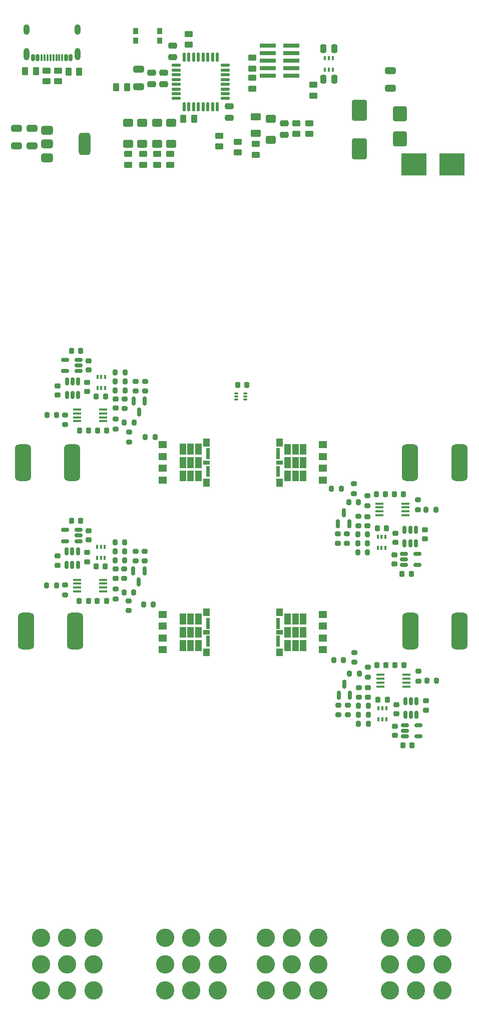
<source format=gtp>
G04 #@! TF.GenerationSoftware,KiCad,Pcbnew,9.0.5*
G04 #@! TF.CreationDate,2025-12-19T11:09:57+01:00*
G04 #@! TF.ProjectId,eload-pwr,656c6f61-642d-4707-9772-2e6b69636164,rev?*
G04 #@! TF.SameCoordinates,Original*
G04 #@! TF.FileFunction,Paste,Top*
G04 #@! TF.FilePolarity,Positive*
%FSLAX46Y46*%
G04 Gerber Fmt 4.6, Leading zero omitted, Abs format (unit mm)*
G04 Created by KiCad (PCBNEW 9.0.5) date 2025-12-19 11:09:57*
%MOMM*%
%LPD*%
G01*
G04 APERTURE LIST*
G04 Aperture macros list*
%AMRoundRect*
0 Rectangle with rounded corners*
0 $1 Rounding radius*
0 $2 $3 $4 $5 $6 $7 $8 $9 X,Y pos of 4 corners*
0 Add a 4 corners polygon primitive as box body*
4,1,4,$2,$3,$4,$5,$6,$7,$8,$9,$2,$3,0*
0 Add four circle primitives for the rounded corners*
1,1,$1+$1,$2,$3*
1,1,$1+$1,$4,$5*
1,1,$1+$1,$6,$7*
1,1,$1+$1,$8,$9*
0 Add four rect primitives between the rounded corners*
20,1,$1+$1,$2,$3,$4,$5,0*
20,1,$1+$1,$4,$5,$6,$7,0*
20,1,$1+$1,$6,$7,$8,$9,0*
20,1,$1+$1,$8,$9,$2,$3,0*%
G04 Aperture macros list end*
%ADD10C,0.100000*%
%ADD11RoundRect,0.225000X0.225000X0.250000X-0.225000X0.250000X-0.225000X-0.250000X0.225000X-0.250000X0*%
%ADD12RoundRect,0.200000X0.200000X0.275000X-0.200000X0.275000X-0.200000X-0.275000X0.200000X-0.275000X0*%
%ADD13R,1.450000X0.450000*%
%ADD14RoundRect,0.250000X-0.450000X0.262500X-0.450000X-0.262500X0.450000X-0.262500X0.450000X0.262500X0*%
%ADD15RoundRect,0.225000X-0.250000X0.225000X-0.250000X-0.225000X0.250000X-0.225000X0.250000X0.225000X0*%
%ADD16RoundRect,0.225000X0.250000X-0.225000X0.250000X0.225000X-0.250000X0.225000X-0.250000X-0.225000X0*%
%ADD17RoundRect,0.100000X0.100000X-0.225000X0.100000X0.225000X-0.100000X0.225000X-0.100000X-0.225000X0*%
%ADD18RoundRect,0.200000X-0.200000X-0.275000X0.200000X-0.275000X0.200000X0.275000X-0.200000X0.275000X0*%
%ADD19RoundRect,0.200000X-0.275000X0.200000X-0.275000X-0.200000X0.275000X-0.200000X0.275000X0.200000X0*%
%ADD20R,4.245000X3.810000*%
%ADD21RoundRect,0.150000X0.512500X0.150000X-0.512500X0.150000X-0.512500X-0.150000X0.512500X-0.150000X0*%
%ADD22RoundRect,0.250000X0.900000X-1.000000X0.900000X1.000000X-0.900000X1.000000X-0.900000X-1.000000X0*%
%ADD23RoundRect,0.200000X0.275000X-0.200000X0.275000X0.200000X-0.275000X0.200000X-0.275000X-0.200000X0*%
%ADD24RoundRect,0.250000X-0.475000X0.250000X-0.475000X-0.250000X0.475000X-0.250000X0.475000X0.250000X0*%
%ADD25RoundRect,0.225000X-0.225000X-0.250000X0.225000X-0.250000X0.225000X0.250000X-0.225000X0.250000X0*%
%ADD26RoundRect,0.250000X0.450000X-0.262500X0.450000X0.262500X-0.450000X0.262500X-0.450000X-0.262500X0*%
%ADD27RoundRect,0.150000X-0.150000X0.512500X-0.150000X-0.512500X0.150000X-0.512500X0.150000X0.512500X0*%
%ADD28RoundRect,0.250000X0.262500X0.450000X-0.262500X0.450000X-0.262500X-0.450000X0.262500X-0.450000X0*%
%ADD29RoundRect,0.250000X0.650000X-0.325000X0.650000X0.325000X-0.650000X0.325000X-0.650000X-0.325000X0*%
%ADD30R,2.760000X0.650000*%
%ADD31RoundRect,0.250000X-0.262500X-0.450000X0.262500X-0.450000X0.262500X0.450000X-0.262500X0.450000X0*%
%ADD32RoundRect,0.675000X-0.675000X-2.425000X0.675000X-2.425000X0.675000X2.425000X-0.675000X2.425000X0*%
%ADD33RoundRect,0.250000X-0.250000X-0.475000X0.250000X-0.475000X0.250000X0.475000X-0.250000X0.475000X0*%
%ADD34R,1.400000X1.200000*%
%ADD35C,3.100000*%
%ADD36RoundRect,0.250000X0.600000X-0.400000X0.600000X0.400000X-0.600000X0.400000X-0.600000X-0.400000X0*%
%ADD37RoundRect,0.150000X0.150000X-0.512500X0.150000X0.512500X-0.150000X0.512500X-0.150000X-0.512500X0*%
%ADD38RoundRect,0.100000X-0.100000X0.225000X-0.100000X-0.225000X0.100000X-0.225000X0.100000X0.225000X0*%
%ADD39RoundRect,0.675000X0.675000X2.425000X-0.675000X2.425000X-0.675000X-2.425000X0.675000X-2.425000X0*%
%ADD40RoundRect,0.125000X-0.625000X-0.125000X0.625000X-0.125000X0.625000X0.125000X-0.625000X0.125000X0*%
%ADD41RoundRect,0.125000X-0.125000X-0.625000X0.125000X-0.625000X0.125000X0.625000X-0.125000X0.625000X0*%
%ADD42RoundRect,0.150000X-0.150000X0.587500X-0.150000X-0.587500X0.150000X-0.587500X0.150000X0.587500X0*%
%ADD43RoundRect,0.150000X0.150000X-0.587500X0.150000X0.587500X-0.150000X0.587500X-0.150000X-0.587500X0*%
%ADD44RoundRect,0.150000X-0.512500X-0.150000X0.512500X-0.150000X0.512500X0.150000X-0.512500X0.150000X0*%
%ADD45RoundRect,0.250000X1.000000X-1.500000X1.000000X1.500000X-1.000000X1.500000X-1.000000X-1.500000X0*%
%ADD46RoundRect,0.250000X0.475000X-0.250000X0.475000X0.250000X-0.475000X0.250000X-0.475000X-0.250000X0*%
%ADD47RoundRect,0.375000X-0.625000X-0.375000X0.625000X-0.375000X0.625000X0.375000X-0.625000X0.375000X0*%
%ADD48RoundRect,0.500000X-0.500000X-1.400000X0.500000X-1.400000X0.500000X1.400000X-0.500000X1.400000X0*%
%ADD49RoundRect,0.250000X-0.625000X0.375000X-0.625000X-0.375000X0.625000X-0.375000X0.625000X0.375000X0*%
%ADD50RoundRect,0.050000X-0.285000X-0.100000X0.285000X-0.100000X0.285000X0.100000X-0.285000X0.100000X0*%
%ADD51RoundRect,0.150000X0.150000X0.425000X-0.150000X0.425000X-0.150000X-0.425000X0.150000X-0.425000X0*%
%ADD52RoundRect,0.075000X0.075000X0.500000X-0.075000X0.500000X-0.075000X-0.500000X0.075000X-0.500000X0*%
%ADD53O,1.000000X2.100000*%
%ADD54O,1.000000X1.800000*%
%ADD55RoundRect,0.250000X-0.600000X0.400000X-0.600000X-0.400000X0.600000X-0.400000X0.600000X0.400000X0*%
%ADD56R,0.900000X1.000000*%
%ADD57RoundRect,0.250000X-0.650000X0.325000X-0.650000X-0.325000X0.650000X-0.325000X0.650000X0.325000X0*%
G04 APERTURE END LIST*
D10*
X-51636000Y-104906667D02*
X-50636000Y-104906667D01*
X-50636000Y-103656667D01*
X-51636000Y-103656667D01*
X-51636000Y-104906667D01*
G36*
X-51636000Y-104906667D02*
G01*
X-50636000Y-104906667D01*
X-50636000Y-103656667D01*
X-51636000Y-103656667D01*
X-51636000Y-104906667D01*
G37*
X-51636000Y-107966667D02*
X-50636000Y-107966667D01*
X-50636000Y-107366667D01*
X-51636000Y-107366667D01*
X-51636000Y-107966667D01*
G36*
X-51636000Y-107966667D02*
G01*
X-50636000Y-107966667D01*
X-50636000Y-107366667D01*
X-51636000Y-107366667D01*
X-51636000Y-107966667D01*
G37*
X-51636000Y-111676667D02*
X-50636000Y-111676667D01*
X-50636000Y-110426667D01*
X-51636000Y-110426667D01*
X-51636000Y-111676667D01*
G36*
X-51636000Y-111676667D02*
G01*
X-50636000Y-111676667D01*
X-50636000Y-110426667D01*
X-51636000Y-110426667D01*
X-51636000Y-111676667D01*
G37*
X-51626000Y-107041667D02*
X-51126000Y-107041667D01*
X-51126000Y-105291667D01*
X-51626000Y-105291667D01*
X-51626000Y-107041667D01*
G36*
X-51626000Y-107041667D02*
G01*
X-51126000Y-107041667D01*
X-51126000Y-105291667D01*
X-51626000Y-105291667D01*
X-51626000Y-107041667D01*
G37*
X-51626000Y-110041667D02*
X-51126000Y-110041667D01*
X-51126000Y-108291667D01*
X-51626000Y-108291667D01*
X-51626000Y-110041667D01*
G36*
X-51626000Y-110041667D02*
G01*
X-51126000Y-110041667D01*
X-51126000Y-108291667D01*
X-51626000Y-108291667D01*
X-51626000Y-110041667D01*
G37*
X-50276000Y-106296667D02*
X-49276000Y-106296667D01*
X-49276000Y-104546667D01*
X-50276000Y-104546667D01*
X-50276000Y-106296667D01*
G36*
X-50276000Y-106296667D02*
G01*
X-49276000Y-106296667D01*
X-49276000Y-104546667D01*
X-50276000Y-104546667D01*
X-50276000Y-106296667D01*
G37*
X-50276000Y-108546667D02*
X-49276000Y-108546667D01*
X-49276000Y-106796667D01*
X-50276000Y-106796667D01*
X-50276000Y-108546667D01*
G36*
X-50276000Y-108546667D02*
G01*
X-49276000Y-108546667D01*
X-49276000Y-106796667D01*
X-50276000Y-106796667D01*
X-50276000Y-108546667D01*
G37*
X-50276000Y-110796667D02*
X-49276000Y-110796667D01*
X-49276000Y-109046667D01*
X-50276000Y-109046667D01*
X-50276000Y-110796667D01*
G36*
X-50276000Y-110796667D02*
G01*
X-49276000Y-110796667D01*
X-49276000Y-109046667D01*
X-50276000Y-109046667D01*
X-50276000Y-110796667D01*
G37*
X-48966000Y-106296667D02*
X-47966000Y-106296667D01*
X-47966000Y-104546667D01*
X-48966000Y-104546667D01*
X-48966000Y-106296667D01*
G36*
X-48966000Y-106296667D02*
G01*
X-47966000Y-106296667D01*
X-47966000Y-104546667D01*
X-48966000Y-104546667D01*
X-48966000Y-106296667D01*
G37*
X-48966000Y-108546667D02*
X-47966000Y-108546667D01*
X-47966000Y-106796667D01*
X-48966000Y-106796667D01*
X-48966000Y-108546667D01*
G36*
X-48966000Y-108546667D02*
G01*
X-47966000Y-108546667D01*
X-47966000Y-106796667D01*
X-48966000Y-106796667D01*
X-48966000Y-108546667D01*
G37*
X-48966000Y-110796667D02*
X-47966000Y-110796667D01*
X-47966000Y-109046667D01*
X-48966000Y-109046667D01*
X-48966000Y-110796667D01*
G36*
X-48966000Y-110796667D02*
G01*
X-47966000Y-110796667D01*
X-47966000Y-109046667D01*
X-48966000Y-109046667D01*
X-48966000Y-110796667D01*
G37*
X-47656000Y-106296667D02*
X-46656000Y-106296667D01*
X-46656000Y-104546667D01*
X-47656000Y-104546667D01*
X-47656000Y-106296667D01*
G36*
X-47656000Y-106296667D02*
G01*
X-46656000Y-106296667D01*
X-46656000Y-104546667D01*
X-47656000Y-104546667D01*
X-47656000Y-106296667D01*
G37*
X-47656000Y-108546667D02*
X-46656000Y-108546667D01*
X-46656000Y-106796667D01*
X-47656000Y-106796667D01*
X-47656000Y-108546667D01*
G36*
X-47656000Y-108546667D02*
G01*
X-46656000Y-108546667D01*
X-46656000Y-106796667D01*
X-47656000Y-106796667D01*
X-47656000Y-108546667D01*
G37*
X-47656000Y-110796667D02*
X-46656000Y-110796667D01*
X-46656000Y-109046667D01*
X-47656000Y-109046667D01*
X-47656000Y-110796667D01*
G36*
X-47656000Y-110796667D02*
G01*
X-46656000Y-110796667D01*
X-46656000Y-109046667D01*
X-47656000Y-109046667D01*
X-47656000Y-110796667D01*
G37*
X-66996000Y-104536667D02*
X-67996000Y-104536667D01*
X-67996000Y-106286667D01*
X-66996000Y-106286667D01*
X-66996000Y-104536667D01*
G36*
X-66996000Y-104536667D02*
G01*
X-67996000Y-104536667D01*
X-67996000Y-106286667D01*
X-66996000Y-106286667D01*
X-66996000Y-104536667D01*
G37*
X-66996000Y-106786667D02*
X-67996000Y-106786667D01*
X-67996000Y-108536667D01*
X-66996000Y-108536667D01*
X-66996000Y-106786667D01*
G36*
X-66996000Y-106786667D02*
G01*
X-67996000Y-106786667D01*
X-67996000Y-108536667D01*
X-66996000Y-108536667D01*
X-66996000Y-106786667D01*
G37*
X-66996000Y-109036667D02*
X-67996000Y-109036667D01*
X-67996000Y-110786667D01*
X-66996000Y-110786667D01*
X-66996000Y-109036667D01*
G36*
X-66996000Y-109036667D02*
G01*
X-67996000Y-109036667D01*
X-67996000Y-110786667D01*
X-66996000Y-110786667D01*
X-66996000Y-109036667D01*
G37*
X-65686000Y-104536667D02*
X-66686000Y-104536667D01*
X-66686000Y-106286667D01*
X-65686000Y-106286667D01*
X-65686000Y-104536667D01*
G36*
X-65686000Y-104536667D02*
G01*
X-66686000Y-104536667D01*
X-66686000Y-106286667D01*
X-65686000Y-106286667D01*
X-65686000Y-104536667D01*
G37*
X-65686000Y-106786667D02*
X-66686000Y-106786667D01*
X-66686000Y-108536667D01*
X-65686000Y-108536667D01*
X-65686000Y-106786667D01*
G36*
X-65686000Y-106786667D02*
G01*
X-66686000Y-106786667D01*
X-66686000Y-108536667D01*
X-65686000Y-108536667D01*
X-65686000Y-106786667D01*
G37*
X-65686000Y-109036667D02*
X-66686000Y-109036667D01*
X-66686000Y-110786667D01*
X-65686000Y-110786667D01*
X-65686000Y-109036667D01*
G36*
X-65686000Y-109036667D02*
G01*
X-66686000Y-109036667D01*
X-66686000Y-110786667D01*
X-65686000Y-110786667D01*
X-65686000Y-109036667D01*
G37*
X-64376000Y-104536667D02*
X-65376000Y-104536667D01*
X-65376000Y-106286667D01*
X-64376000Y-106286667D01*
X-64376000Y-104536667D01*
G36*
X-64376000Y-104536667D02*
G01*
X-65376000Y-104536667D01*
X-65376000Y-106286667D01*
X-64376000Y-106286667D01*
X-64376000Y-104536667D01*
G37*
X-64376000Y-106786667D02*
X-65376000Y-106786667D01*
X-65376000Y-108536667D01*
X-64376000Y-108536667D01*
X-64376000Y-106786667D01*
G36*
X-64376000Y-106786667D02*
G01*
X-65376000Y-106786667D01*
X-65376000Y-108536667D01*
X-64376000Y-108536667D01*
X-64376000Y-106786667D01*
G37*
X-64376000Y-109036667D02*
X-65376000Y-109036667D01*
X-65376000Y-110786667D01*
X-64376000Y-110786667D01*
X-64376000Y-109036667D01*
G36*
X-64376000Y-109036667D02*
G01*
X-65376000Y-109036667D01*
X-65376000Y-110786667D01*
X-64376000Y-110786667D01*
X-64376000Y-109036667D01*
G37*
X-63026000Y-105291667D02*
X-63526000Y-105291667D01*
X-63526000Y-107041667D01*
X-63026000Y-107041667D01*
X-63026000Y-105291667D01*
G36*
X-63026000Y-105291667D02*
G01*
X-63526000Y-105291667D01*
X-63526000Y-107041667D01*
X-63026000Y-107041667D01*
X-63026000Y-105291667D01*
G37*
X-63026000Y-108291667D02*
X-63526000Y-108291667D01*
X-63526000Y-110041667D01*
X-63026000Y-110041667D01*
X-63026000Y-108291667D01*
G36*
X-63026000Y-108291667D02*
G01*
X-63526000Y-108291667D01*
X-63526000Y-110041667D01*
X-63026000Y-110041667D01*
X-63026000Y-108291667D01*
G37*
X-63016000Y-103656667D02*
X-64016000Y-103656667D01*
X-64016000Y-104906667D01*
X-63016000Y-104906667D01*
X-63016000Y-103656667D01*
G36*
X-63016000Y-103656667D02*
G01*
X-64016000Y-103656667D01*
X-64016000Y-104906667D01*
X-63016000Y-104906667D01*
X-63016000Y-103656667D01*
G37*
X-63016000Y-107366667D02*
X-64016000Y-107366667D01*
X-64016000Y-107966667D01*
X-63016000Y-107966667D01*
X-63016000Y-107366667D01*
G36*
X-63016000Y-107366667D02*
G01*
X-64016000Y-107366667D01*
X-64016000Y-107966667D01*
X-63016000Y-107966667D01*
X-63016000Y-107366667D01*
G37*
X-63016000Y-110426667D02*
X-64016000Y-110426667D01*
X-64016000Y-111676667D01*
X-63016000Y-111676667D01*
X-63016000Y-110426667D01*
G36*
X-63016000Y-110426667D02*
G01*
X-64016000Y-110426667D01*
X-64016000Y-111676667D01*
X-63016000Y-111676667D01*
X-63016000Y-110426667D01*
G37*
X-51636000Y-133573333D02*
X-50636000Y-133573333D01*
X-50636000Y-132323333D01*
X-51636000Y-132323333D01*
X-51636000Y-133573333D01*
G36*
X-51636000Y-133573333D02*
G01*
X-50636000Y-133573333D01*
X-50636000Y-132323333D01*
X-51636000Y-132323333D01*
X-51636000Y-133573333D01*
G37*
X-51636000Y-136633333D02*
X-50636000Y-136633333D01*
X-50636000Y-136033333D01*
X-51636000Y-136033333D01*
X-51636000Y-136633333D01*
G36*
X-51636000Y-136633333D02*
G01*
X-50636000Y-136633333D01*
X-50636000Y-136033333D01*
X-51636000Y-136033333D01*
X-51636000Y-136633333D01*
G37*
X-51636000Y-140343333D02*
X-50636000Y-140343333D01*
X-50636000Y-139093333D01*
X-51636000Y-139093333D01*
X-51636000Y-140343333D01*
G36*
X-51636000Y-140343333D02*
G01*
X-50636000Y-140343333D01*
X-50636000Y-139093333D01*
X-51636000Y-139093333D01*
X-51636000Y-140343333D01*
G37*
X-51626000Y-135708333D02*
X-51126000Y-135708333D01*
X-51126000Y-133958333D01*
X-51626000Y-133958333D01*
X-51626000Y-135708333D01*
G36*
X-51626000Y-135708333D02*
G01*
X-51126000Y-135708333D01*
X-51126000Y-133958333D01*
X-51626000Y-133958333D01*
X-51626000Y-135708333D01*
G37*
X-51626000Y-138708333D02*
X-51126000Y-138708333D01*
X-51126000Y-136958333D01*
X-51626000Y-136958333D01*
X-51626000Y-138708333D01*
G36*
X-51626000Y-138708333D02*
G01*
X-51126000Y-138708333D01*
X-51126000Y-136958333D01*
X-51626000Y-136958333D01*
X-51626000Y-138708333D01*
G37*
X-50276000Y-134963333D02*
X-49276000Y-134963333D01*
X-49276000Y-133213333D01*
X-50276000Y-133213333D01*
X-50276000Y-134963333D01*
G36*
X-50276000Y-134963333D02*
G01*
X-49276000Y-134963333D01*
X-49276000Y-133213333D01*
X-50276000Y-133213333D01*
X-50276000Y-134963333D01*
G37*
X-50276000Y-137213333D02*
X-49276000Y-137213333D01*
X-49276000Y-135463333D01*
X-50276000Y-135463333D01*
X-50276000Y-137213333D01*
G36*
X-50276000Y-137213333D02*
G01*
X-49276000Y-137213333D01*
X-49276000Y-135463333D01*
X-50276000Y-135463333D01*
X-50276000Y-137213333D01*
G37*
X-50276000Y-139463333D02*
X-49276000Y-139463333D01*
X-49276000Y-137713333D01*
X-50276000Y-137713333D01*
X-50276000Y-139463333D01*
G36*
X-50276000Y-139463333D02*
G01*
X-49276000Y-139463333D01*
X-49276000Y-137713333D01*
X-50276000Y-137713333D01*
X-50276000Y-139463333D01*
G37*
X-48966000Y-134963333D02*
X-47966000Y-134963333D01*
X-47966000Y-133213333D01*
X-48966000Y-133213333D01*
X-48966000Y-134963333D01*
G36*
X-48966000Y-134963333D02*
G01*
X-47966000Y-134963333D01*
X-47966000Y-133213333D01*
X-48966000Y-133213333D01*
X-48966000Y-134963333D01*
G37*
X-48966000Y-137213333D02*
X-47966000Y-137213333D01*
X-47966000Y-135463333D01*
X-48966000Y-135463333D01*
X-48966000Y-137213333D01*
G36*
X-48966000Y-137213333D02*
G01*
X-47966000Y-137213333D01*
X-47966000Y-135463333D01*
X-48966000Y-135463333D01*
X-48966000Y-137213333D01*
G37*
X-48966000Y-139463333D02*
X-47966000Y-139463333D01*
X-47966000Y-137713333D01*
X-48966000Y-137713333D01*
X-48966000Y-139463333D01*
G36*
X-48966000Y-139463333D02*
G01*
X-47966000Y-139463333D01*
X-47966000Y-137713333D01*
X-48966000Y-137713333D01*
X-48966000Y-139463333D01*
G37*
X-47656000Y-134963333D02*
X-46656000Y-134963333D01*
X-46656000Y-133213333D01*
X-47656000Y-133213333D01*
X-47656000Y-134963333D01*
G36*
X-47656000Y-134963333D02*
G01*
X-46656000Y-134963333D01*
X-46656000Y-133213333D01*
X-47656000Y-133213333D01*
X-47656000Y-134963333D01*
G37*
X-47656000Y-137213333D02*
X-46656000Y-137213333D01*
X-46656000Y-135463333D01*
X-47656000Y-135463333D01*
X-47656000Y-137213333D01*
G36*
X-47656000Y-137213333D02*
G01*
X-46656000Y-137213333D01*
X-46656000Y-135463333D01*
X-47656000Y-135463333D01*
X-47656000Y-137213333D01*
G37*
X-47656000Y-139463333D02*
X-46656000Y-139463333D01*
X-46656000Y-137713333D01*
X-47656000Y-137713333D01*
X-47656000Y-139463333D01*
G36*
X-47656000Y-139463333D02*
G01*
X-46656000Y-139463333D01*
X-46656000Y-137713333D01*
X-47656000Y-137713333D01*
X-47656000Y-139463333D01*
G37*
X-66996000Y-133203333D02*
X-67996000Y-133203333D01*
X-67996000Y-134953333D01*
X-66996000Y-134953333D01*
X-66996000Y-133203333D01*
G36*
X-66996000Y-133203333D02*
G01*
X-67996000Y-133203333D01*
X-67996000Y-134953333D01*
X-66996000Y-134953333D01*
X-66996000Y-133203333D01*
G37*
X-66996000Y-135453333D02*
X-67996000Y-135453333D01*
X-67996000Y-137203333D01*
X-66996000Y-137203333D01*
X-66996000Y-135453333D01*
G36*
X-66996000Y-135453333D02*
G01*
X-67996000Y-135453333D01*
X-67996000Y-137203333D01*
X-66996000Y-137203333D01*
X-66996000Y-135453333D01*
G37*
X-66996000Y-137703333D02*
X-67996000Y-137703333D01*
X-67996000Y-139453333D01*
X-66996000Y-139453333D01*
X-66996000Y-137703333D01*
G36*
X-66996000Y-137703333D02*
G01*
X-67996000Y-137703333D01*
X-67996000Y-139453333D01*
X-66996000Y-139453333D01*
X-66996000Y-137703333D01*
G37*
X-65686000Y-133203333D02*
X-66686000Y-133203333D01*
X-66686000Y-134953333D01*
X-65686000Y-134953333D01*
X-65686000Y-133203333D01*
G36*
X-65686000Y-133203333D02*
G01*
X-66686000Y-133203333D01*
X-66686000Y-134953333D01*
X-65686000Y-134953333D01*
X-65686000Y-133203333D01*
G37*
X-65686000Y-135453333D02*
X-66686000Y-135453333D01*
X-66686000Y-137203333D01*
X-65686000Y-137203333D01*
X-65686000Y-135453333D01*
G36*
X-65686000Y-135453333D02*
G01*
X-66686000Y-135453333D01*
X-66686000Y-137203333D01*
X-65686000Y-137203333D01*
X-65686000Y-135453333D01*
G37*
X-65686000Y-137703333D02*
X-66686000Y-137703333D01*
X-66686000Y-139453333D01*
X-65686000Y-139453333D01*
X-65686000Y-137703333D01*
G36*
X-65686000Y-137703333D02*
G01*
X-66686000Y-137703333D01*
X-66686000Y-139453333D01*
X-65686000Y-139453333D01*
X-65686000Y-137703333D01*
G37*
X-64376000Y-133203333D02*
X-65376000Y-133203333D01*
X-65376000Y-134953333D01*
X-64376000Y-134953333D01*
X-64376000Y-133203333D01*
G36*
X-64376000Y-133203333D02*
G01*
X-65376000Y-133203333D01*
X-65376000Y-134953333D01*
X-64376000Y-134953333D01*
X-64376000Y-133203333D01*
G37*
X-64376000Y-135453333D02*
X-65376000Y-135453333D01*
X-65376000Y-137203333D01*
X-64376000Y-137203333D01*
X-64376000Y-135453333D01*
G36*
X-64376000Y-135453333D02*
G01*
X-65376000Y-135453333D01*
X-65376000Y-137203333D01*
X-64376000Y-137203333D01*
X-64376000Y-135453333D01*
G37*
X-64376000Y-137703333D02*
X-65376000Y-137703333D01*
X-65376000Y-139453333D01*
X-64376000Y-139453333D01*
X-64376000Y-137703333D01*
G36*
X-64376000Y-137703333D02*
G01*
X-65376000Y-137703333D01*
X-65376000Y-139453333D01*
X-64376000Y-139453333D01*
X-64376000Y-137703333D01*
G37*
X-63026000Y-133958333D02*
X-63526000Y-133958333D01*
X-63526000Y-135708333D01*
X-63026000Y-135708333D01*
X-63026000Y-133958333D01*
G36*
X-63026000Y-133958333D02*
G01*
X-63526000Y-133958333D01*
X-63526000Y-135708333D01*
X-63026000Y-135708333D01*
X-63026000Y-133958333D01*
G37*
X-63026000Y-136958333D02*
X-63526000Y-136958333D01*
X-63526000Y-138708333D01*
X-63026000Y-138708333D01*
X-63026000Y-136958333D01*
G36*
X-63026000Y-136958333D02*
G01*
X-63526000Y-136958333D01*
X-63526000Y-138708333D01*
X-63026000Y-138708333D01*
X-63026000Y-136958333D01*
G37*
X-63016000Y-132323333D02*
X-64016000Y-132323333D01*
X-64016000Y-133573333D01*
X-63016000Y-133573333D01*
X-63016000Y-132323333D01*
G36*
X-63016000Y-132323333D02*
G01*
X-64016000Y-132323333D01*
X-64016000Y-133573333D01*
X-63016000Y-133573333D01*
X-63016000Y-132323333D01*
G37*
X-63016000Y-136033333D02*
X-64016000Y-136033333D01*
X-64016000Y-136633333D01*
X-63016000Y-136633333D01*
X-63016000Y-136033333D01*
G36*
X-63016000Y-136033333D02*
G01*
X-64016000Y-136033333D01*
X-64016000Y-136633333D01*
X-63016000Y-136633333D01*
X-63016000Y-136033333D01*
G37*
X-63016000Y-139093333D02*
X-64016000Y-139093333D01*
X-64016000Y-140343333D01*
X-63016000Y-140343333D01*
X-63016000Y-139093333D01*
G36*
X-63016000Y-139093333D02*
G01*
X-64016000Y-139093333D01*
X-64016000Y-140343333D01*
X-63016000Y-140343333D01*
X-63016000Y-139093333D01*
G37*
D11*
X-30033201Y-141956901D03*
X-31583201Y-141956901D03*
D12*
X-40300000Y-141100000D03*
X-41950000Y-141100000D03*
D13*
X-80933200Y-100719400D03*
X-80933200Y-100069400D03*
X-80933200Y-99419400D03*
X-80933200Y-98769400D03*
X-85333200Y-98769400D03*
X-85333200Y-99419400D03*
X-85333200Y-100069400D03*
X-85333200Y-100719400D03*
D14*
X-55712500Y-42700000D03*
X-55712500Y-44525000D03*
D15*
X-36283200Y-116819400D03*
X-36283200Y-118369400D03*
D14*
X-66512500Y-35287500D03*
X-66512500Y-37112500D03*
D11*
X-30158201Y-113006900D03*
X-31708201Y-113006900D03*
D16*
X-83408200Y-92069400D03*
X-83408200Y-90519400D03*
D17*
X-34370699Y-151081901D03*
X-33720699Y-151081901D03*
X-33070699Y-151081901D03*
X-33070699Y-149181901D03*
X-33720699Y-149181901D03*
X-34370699Y-149181901D03*
D16*
X-26495700Y-120569399D03*
X-26495700Y-119019399D03*
D11*
X-32895699Y-147781901D03*
X-34445699Y-147781901D03*
D18*
X-37758199Y-151794401D03*
X-36108199Y-151794401D03*
D19*
X-27733200Y-114019400D03*
X-27733200Y-115669400D03*
D11*
X-33083200Y-141956902D03*
X-34633200Y-141956902D03*
D20*
X-28350000Y-57300000D03*
X-21975000Y-57300000D03*
D21*
X-85110700Y-120964400D03*
X-85110700Y-120014400D03*
X-85110700Y-119064400D03*
X-87385700Y-119064400D03*
X-87385700Y-120964400D03*
D18*
X-73825000Y-103400000D03*
X-72175000Y-103400000D03*
D12*
X-37733200Y-114394401D03*
X-39383200Y-114394401D03*
D16*
X-31495700Y-121169400D03*
X-31495700Y-119619400D03*
D19*
X-75448200Y-122689400D03*
X-75448200Y-124339400D03*
D13*
X-80973200Y-129439400D03*
X-80973200Y-128789400D03*
X-80973200Y-128139400D03*
X-80973200Y-127489400D03*
X-85373200Y-127489400D03*
X-85373200Y-128139400D03*
X-85373200Y-128789400D03*
X-85373200Y-129439400D03*
D22*
X-30762500Y-53050000D03*
X-30762500Y-48750000D03*
D15*
X-36158200Y-145769401D03*
X-36158200Y-147319401D03*
D23*
X-39583199Y-150319401D03*
X-39583199Y-148669401D03*
D18*
X-26320700Y-115631899D03*
X-24670700Y-115631899D03*
D24*
X-59612500Y-47550000D03*
X-59612500Y-49450000D03*
D25*
X-81948200Y-131051900D03*
X-80398200Y-131051900D03*
D26*
X-46100000Y-52212500D03*
X-46100000Y-50387500D03*
D27*
X-27920700Y-148044401D03*
X-28870700Y-148044401D03*
X-29820700Y-148044401D03*
X-29820700Y-150319401D03*
X-28870700Y-150319401D03*
X-27920700Y-150319401D03*
D12*
X-77273200Y-121214400D03*
X-78923200Y-121214400D03*
D24*
X-50300000Y-50400000D03*
X-50300000Y-52300000D03*
D17*
X-34495699Y-122131900D03*
X-33845699Y-122131900D03*
X-33195699Y-122131900D03*
X-33195699Y-120231900D03*
X-33845699Y-120231900D03*
X-34495699Y-120231900D03*
D18*
X-78948200Y-124214400D03*
X-77298200Y-124214400D03*
D23*
X-41133200Y-150319401D03*
X-41133200Y-148669401D03*
D19*
X-77373200Y-125639400D03*
X-77373200Y-127289400D03*
D28*
X-65537500Y-49600000D03*
X-67362500Y-49600000D03*
D19*
X-75408200Y-93969400D03*
X-75408200Y-95619400D03*
D14*
X-71812500Y-55575000D03*
X-71812500Y-57400000D03*
D18*
X-77383200Y-100944400D03*
X-75733200Y-100944400D03*
D15*
X-83660700Y-122889400D03*
X-83660700Y-124439400D03*
D26*
X-90512500Y-43312500D03*
X-90512500Y-41487500D03*
X-55112500Y-55712500D03*
X-55112500Y-53887500D03*
D29*
X-92962500Y-54175000D03*
X-92962500Y-51225000D03*
D30*
X-49092500Y-42340000D03*
X-53132500Y-42340000D03*
X-49092500Y-41070000D03*
X-53132500Y-41070000D03*
X-49092500Y-39800000D03*
X-53132500Y-39800000D03*
X-49092500Y-38530000D03*
X-53132500Y-38530000D03*
X-49092500Y-37260000D03*
X-53132500Y-37260000D03*
D23*
X-87423200Y-130039400D03*
X-87423200Y-128389400D03*
D31*
X-94125000Y-41600000D03*
X-92300000Y-41600000D03*
D25*
X-81908200Y-102331900D03*
X-80358200Y-102331900D03*
D29*
X-95562500Y-54175000D03*
X-95562500Y-51225000D03*
D16*
X-26370700Y-149519400D03*
X-26370700Y-147969400D03*
D11*
X-33208200Y-113006901D03*
X-34758200Y-113006901D03*
D32*
X-29008200Y-107694400D03*
X-20708200Y-107694400D03*
D33*
X-43712500Y-42950000D03*
X-41812500Y-42950000D03*
D34*
X-43801000Y-110666667D03*
X-43801000Y-108666667D03*
X-43801000Y-106666667D03*
X-43801000Y-104666667D03*
D23*
X-36158200Y-143919402D03*
X-36158200Y-142269402D03*
D35*
X-53435000Y-196870000D03*
X-49000000Y-196870000D03*
X-44565000Y-196870000D03*
X-53435000Y-192435000D03*
X-49000000Y-192435000D03*
X-44565000Y-192435000D03*
X-53435000Y-188000000D03*
X-49000000Y-188000000D03*
X-44565000Y-188000000D03*
D36*
X-71812500Y-53837500D03*
X-71812500Y-50337500D03*
D37*
X-87070700Y-96244400D03*
X-86120700Y-96244400D03*
X-85170700Y-96244400D03*
X-85170700Y-93969400D03*
X-86120700Y-93969400D03*
X-87070700Y-93969400D03*
D21*
X-85070700Y-92244400D03*
X-85070700Y-91294400D03*
X-85070700Y-90344400D03*
X-87345700Y-90344400D03*
X-87345700Y-92244400D03*
D28*
X-85000000Y-41700000D03*
X-86825000Y-41700000D03*
D36*
X-69412500Y-53837500D03*
X-69412500Y-50337500D03*
D17*
X-43412500Y-41300000D03*
X-42762500Y-41300000D03*
X-42112500Y-41300000D03*
X-42112500Y-39400000D03*
X-42762500Y-39400000D03*
X-43412500Y-39400000D03*
D38*
X-80660700Y-121926900D03*
X-81310700Y-121926900D03*
X-81960700Y-121926900D03*
X-81960700Y-123826900D03*
X-81310700Y-123826900D03*
X-80660700Y-123826900D03*
D12*
X-36208199Y-119844400D03*
X-37858199Y-119844400D03*
D26*
X-55712500Y-41125000D03*
X-55712500Y-39300000D03*
D13*
X-34183200Y-114619400D03*
X-34183200Y-115269400D03*
X-34183200Y-115919400D03*
X-34183200Y-116569400D03*
X-29783200Y-116569400D03*
X-29783200Y-115919400D03*
X-29783200Y-115269400D03*
X-29783200Y-114619400D03*
D27*
X-28045700Y-119094400D03*
X-28995700Y-119094400D03*
X-29945700Y-119094400D03*
X-29945700Y-121369400D03*
X-28995700Y-121369400D03*
X-28045700Y-121369400D03*
D39*
X-86158200Y-107694400D03*
X-94458200Y-107694400D03*
D23*
X-38560235Y-112925000D03*
X-38560235Y-111275000D03*
D37*
X-87110700Y-124964400D03*
X-86160700Y-124964400D03*
X-85210700Y-124964400D03*
X-85210700Y-122689400D03*
X-86160700Y-122689400D03*
X-87110700Y-122689400D03*
D26*
X-61300000Y-54312500D03*
X-61300000Y-52487500D03*
D38*
X-80620700Y-93206900D03*
X-81270700Y-93206900D03*
X-81920700Y-93206900D03*
X-81920700Y-95106900D03*
X-81270700Y-95106900D03*
X-80620700Y-95106900D03*
D40*
X-68612500Y-40600000D03*
X-68612500Y-41400000D03*
X-68612500Y-42200000D03*
X-68612500Y-43000000D03*
X-68612500Y-43800000D03*
X-68612500Y-44600000D03*
X-68612500Y-45400000D03*
X-68612500Y-46200000D03*
D41*
X-67237500Y-47575000D03*
X-66437500Y-47575000D03*
X-65637500Y-47575000D03*
X-64837500Y-47575000D03*
X-64037500Y-47575000D03*
X-63237500Y-47575000D03*
X-62437500Y-47575000D03*
X-61637500Y-47575000D03*
D40*
X-60262500Y-46200000D03*
X-60262500Y-45400000D03*
X-60262500Y-44600000D03*
X-60262500Y-43800000D03*
X-60262500Y-43000000D03*
X-60262500Y-42200000D03*
X-60262500Y-41400000D03*
X-60262500Y-40600000D03*
D41*
X-61637500Y-39225000D03*
X-62437500Y-39225000D03*
X-63237500Y-39225000D03*
X-64037500Y-39225000D03*
X-64837500Y-39225000D03*
X-65637500Y-39225000D03*
X-66437500Y-39225000D03*
X-67237500Y-39225000D03*
D19*
X-78873200Y-129089400D03*
X-78873200Y-130739400D03*
D18*
X-37883199Y-121344400D03*
X-36233199Y-121344400D03*
D12*
X-88835700Y-128426900D03*
X-90485700Y-128426900D03*
X-37608200Y-143344402D03*
X-39258200Y-143344402D03*
D42*
X-73948200Y-126026900D03*
X-75848200Y-126026900D03*
X-74898200Y-127901900D03*
D43*
X-41208200Y-118031900D03*
X-39308200Y-118031900D03*
X-40258200Y-116156900D03*
D18*
X-78908200Y-95494400D03*
X-77258200Y-95494400D03*
D44*
X-29920700Y-152044401D03*
X-29920700Y-152994401D03*
X-29920700Y-153944401D03*
X-27645700Y-153944401D03*
X-27645700Y-152044401D03*
D16*
X-83448200Y-120789400D03*
X-83448200Y-119239400D03*
D23*
X-37783200Y-118419400D03*
X-37783200Y-116769400D03*
D18*
X-77423200Y-129664400D03*
X-75773200Y-129664400D03*
D34*
X-70851000Y-104666667D03*
X-70851000Y-106666667D03*
X-70851000Y-108666667D03*
X-70851000Y-110666667D03*
D45*
X-37562500Y-54707500D03*
X-37562500Y-48207500D03*
D11*
X-84733200Y-88794400D03*
X-86283200Y-88794400D03*
D16*
X-78833200Y-98519400D03*
X-78833200Y-96969400D03*
D15*
X-88620700Y-94769400D03*
X-88620700Y-96319400D03*
D25*
X-30383200Y-126544400D03*
X-28833200Y-126544400D03*
D46*
X-70712500Y-43750000D03*
X-70712500Y-41850000D03*
D18*
X-26195700Y-144581900D03*
X-24545700Y-144581900D03*
D11*
X-84773200Y-117514400D03*
X-86323200Y-117514400D03*
D47*
X-90412500Y-51600000D03*
X-90412500Y-53900000D03*
D48*
X-84112500Y-53900000D03*
D47*
X-90412500Y-56200000D03*
D29*
X-74912500Y-44175000D03*
X-74912500Y-41225000D03*
D49*
X-55112500Y-49300000D03*
X-55112500Y-52100000D03*
D50*
X-58390000Y-96043284D03*
X-58390000Y-96543284D03*
X-58390000Y-97043284D03*
X-56910000Y-97043284D03*
X-56910000Y-96543284D03*
X-56910000Y-96043284D03*
D25*
X-84998200Y-131051900D03*
X-83448200Y-131051900D03*
D39*
X-85658200Y-136194400D03*
X-93958200Y-136194400D03*
D32*
X-28958200Y-136194400D03*
X-20658200Y-136194400D03*
D19*
X-77333200Y-96919400D03*
X-77333200Y-98569400D03*
D11*
X-56625000Y-94600000D03*
X-58175000Y-94600000D03*
D35*
X-32435000Y-196870000D03*
X-28000000Y-196870000D03*
X-23565000Y-196870000D03*
X-32435000Y-192435000D03*
X-28000000Y-192435000D03*
X-23565000Y-192435000D03*
X-32435000Y-188000000D03*
X-28000000Y-188000000D03*
X-23565000Y-188000000D03*
D19*
X-73858200Y-93969400D03*
X-73858200Y-95619400D03*
D25*
X-82135700Y-125226900D03*
X-80585700Y-125226900D03*
D34*
X-43801000Y-139333333D03*
X-43801000Y-137333333D03*
X-43801000Y-135333333D03*
X-43801000Y-133333333D03*
D23*
X-36283200Y-114969401D03*
X-36283200Y-113319401D03*
D25*
X-30258200Y-155494401D03*
X-28708200Y-155494401D03*
D36*
X-74312500Y-53850000D03*
X-74312500Y-50350000D03*
D25*
X-82095700Y-96506900D03*
X-80545700Y-96506900D03*
D26*
X-48300000Y-52212500D03*
X-48300000Y-50387500D03*
D23*
X-41258200Y-121369400D03*
X-41258200Y-119719400D03*
D43*
X-41083200Y-146981901D03*
X-39183200Y-146981901D03*
X-40133200Y-145106901D03*
D26*
X-88612500Y-43312500D03*
X-88612500Y-41487500D03*
D14*
X-45412500Y-43887500D03*
X-45412500Y-45712500D03*
D35*
X-70470000Y-196870000D03*
X-66035000Y-196870000D03*
X-61600000Y-196870000D03*
X-70470000Y-192435000D03*
X-66035000Y-192435000D03*
X-61600000Y-192435000D03*
X-70470000Y-188000000D03*
X-66035000Y-188000000D03*
X-61600000Y-188000000D03*
D12*
X-77233200Y-92494400D03*
X-78883200Y-92494400D03*
X-40675000Y-112100000D03*
X-42325000Y-112100000D03*
D51*
X-86412500Y-39290000D03*
X-87212500Y-39290000D03*
D52*
X-88362500Y-39290000D03*
X-89362500Y-39290000D03*
X-89862500Y-39290000D03*
X-90862500Y-39290000D03*
D51*
X-92012500Y-39290000D03*
X-92812500Y-39290000D03*
X-92812500Y-39290000D03*
X-92012500Y-39290000D03*
D52*
X-91362500Y-39290000D03*
X-90362500Y-39290000D03*
X-88862500Y-39290000D03*
X-87862500Y-39290000D03*
D51*
X-87212500Y-39290000D03*
X-86412500Y-39290000D03*
D53*
X-85292500Y-38715000D03*
D54*
X-85292500Y-34535000D03*
D53*
X-93932500Y-38715000D03*
D54*
X-93932500Y-34535000D03*
D19*
X-27608200Y-142969401D03*
X-27608200Y-144619401D03*
D55*
X-52600000Y-49650000D03*
X-52600000Y-53150000D03*
D56*
X-75462500Y-34800000D03*
X-71362500Y-34800000D03*
X-75462500Y-36400000D03*
X-71362500Y-36400000D03*
D23*
X-38435235Y-141425000D03*
X-38435235Y-139775000D03*
D15*
X-31583200Y-152219401D03*
X-31583200Y-153769401D03*
D57*
X-32312500Y-41525000D03*
X-32312500Y-44475000D03*
D15*
X-88660700Y-123489400D03*
X-88660700Y-125039400D03*
D23*
X-39708199Y-121369400D03*
X-39708199Y-119719400D03*
D19*
X-73898200Y-122689400D03*
X-73898200Y-124339400D03*
X-76556165Y-102575000D03*
X-76556165Y-104225000D03*
D35*
X-91470000Y-196870000D03*
X-87035000Y-196870000D03*
X-82600000Y-196870000D03*
X-91470000Y-192435000D03*
X-87035000Y-192435000D03*
X-82600000Y-192435000D03*
X-91470000Y-188000000D03*
X-87035000Y-188000000D03*
X-82600000Y-188000000D03*
D14*
X-74212500Y-55587500D03*
X-74212500Y-57412500D03*
D15*
X-31708200Y-123269400D03*
X-31708200Y-124819400D03*
D34*
X-70851000Y-133333333D03*
X-70851000Y-135333333D03*
X-70851000Y-137333333D03*
X-70851000Y-139333333D03*
D44*
X-30045700Y-123094400D03*
X-30045700Y-124044400D03*
X-30045700Y-124994400D03*
X-27770700Y-124994400D03*
X-27770700Y-123094400D03*
D12*
X-77233200Y-93994400D03*
X-78883200Y-93994400D03*
D42*
X-73908200Y-97306900D03*
X-75808200Y-97306900D03*
X-74858200Y-99181900D03*
D23*
X-87383200Y-101319400D03*
X-87383200Y-99669400D03*
D28*
X-76900000Y-44300000D03*
X-78725000Y-44300000D03*
D13*
X-34058200Y-143569401D03*
X-34058200Y-144219401D03*
X-34058200Y-144869401D03*
X-34058200Y-145519401D03*
X-29658200Y-145519401D03*
X-29658200Y-144869401D03*
X-29658200Y-144219401D03*
X-29658200Y-143569401D03*
D26*
X-58200000Y-55312500D03*
X-58200000Y-53487500D03*
D12*
X-77273200Y-122714400D03*
X-78923200Y-122714400D03*
D16*
X-31370700Y-150119401D03*
X-31370700Y-148569401D03*
X-78873200Y-127239400D03*
X-78873200Y-125689400D03*
D11*
X-33020699Y-118831900D03*
X-34570699Y-118831900D03*
D18*
X-74125000Y-131700000D03*
X-72475000Y-131700000D03*
D15*
X-83620700Y-94169400D03*
X-83620700Y-95719400D03*
D19*
X-76600000Y-131075000D03*
X-76600000Y-132725000D03*
D14*
X-76712500Y-55587500D03*
X-76712500Y-57412500D03*
D25*
X-84958200Y-102331900D03*
X-83408200Y-102331900D03*
D46*
X-69212500Y-39200000D03*
X-69212500Y-37300000D03*
D33*
X-43712500Y-37750000D03*
X-41812500Y-37750000D03*
D46*
X-72737500Y-43750000D03*
X-72737500Y-41850000D03*
D19*
X-78833200Y-100369400D03*
X-78833200Y-102019400D03*
D14*
X-69612500Y-55575000D03*
X-69612500Y-57400000D03*
D12*
X-88795700Y-99706900D03*
X-90445700Y-99706900D03*
D36*
X-76712500Y-53850000D03*
X-76712500Y-50350000D03*
D18*
X-37883199Y-122844400D03*
X-36233199Y-122844400D03*
X-37758199Y-150294401D03*
X-36108199Y-150294401D03*
D23*
X-37658200Y-147369401D03*
X-37658200Y-145719401D03*
D12*
X-36083199Y-148794401D03*
X-37733199Y-148794401D03*
M02*

</source>
